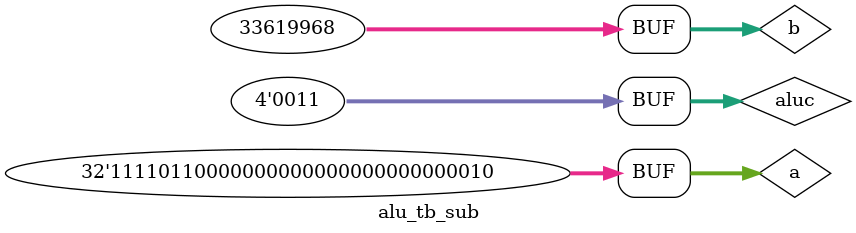
<source format=v>
`timescale 1ns / 1ns


module alu_tb_sub;

    reg [31:0] a;
    reg [31:0] b;
    reg [3:0] aluc;
    wire [31:0] r;
    wire zero;
    wire carry;
    wire negative;
    wire overflow;

    alu inst(a,b,aluc,r,zero,carry,negative,overflow);


    //test addu
    initial begin
        aluc = 4'b0011;
        a = 32'b1000_0010_0000;
        b = 32'b1000_0010_0000;

        #40 
        aluc = 4'b0011;
        a = 32'b0000_0000_0000;
        b = 32'b1000_0000_0000;        

        #40 
        aluc = 4'b0011;
        a = 32'b1000_0010_1111_0000_1111_0000_0000_0010;
        b = 32'b1000_0010_0000_0001_0000_0000_0000_0000;

        #40 
        aluc = 4'b0011;
        a = 32'b0011_0110_0000_0000_0000_0000_0000_0010;
        b = 32'b1000_0010_0000_0001_0000_0000_0000_0000;

        #40 
        aluc = 4'b0011;
        a = 32'b1111_0110_0000_0000_0000_0000_0000_0010;
        b = 32'b0000_0010_0000_0001_0000_0000_0000_0000;
    end


endmodule

</source>
